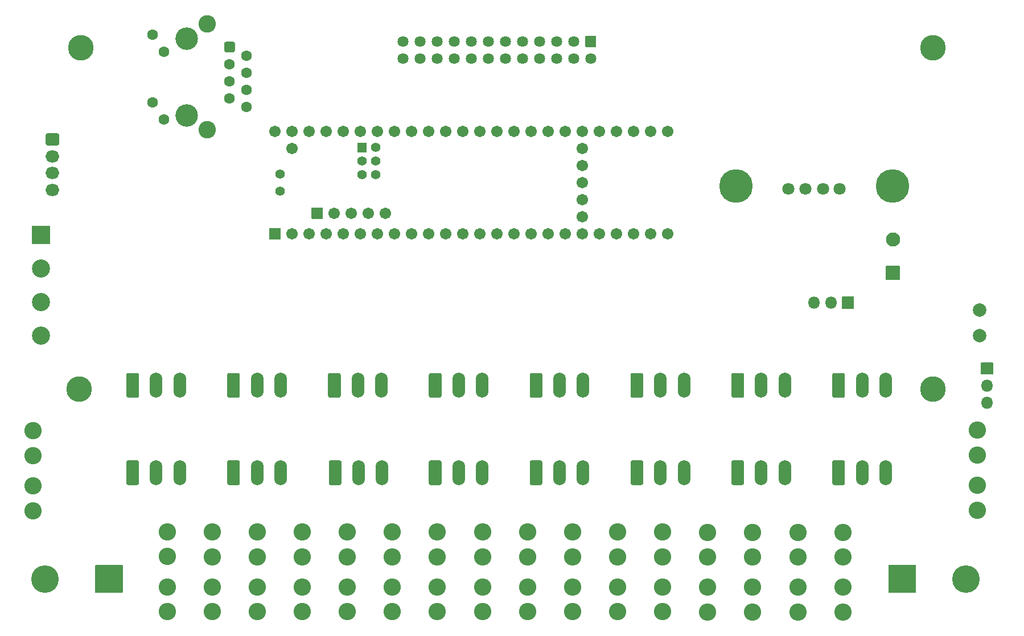
<source format=gbr>
G04 #@! TF.GenerationSoftware,KiCad,Pcbnew,(6.0.5)*
G04 #@! TF.CreationDate,2022-05-05T00:21:09-04:00*
G04 #@! TF.ProjectId,Teensy_16,5465656e-7379-45f3-9136-2e6b69636164,v1*
G04 #@! TF.SameCoordinates,Original*
G04 #@! TF.FileFunction,Soldermask,Bot*
G04 #@! TF.FilePolarity,Negative*
%FSLAX45Y45*%
G04 Gerber Fmt 4.5, Leading zero omitted, Abs format (unit mm)*
G04 Created by KiCad (PCBNEW (6.0.5)) date 2022-05-05 00:21:09*
%MOMM*%
%LPD*%
G01*
G04 APERTURE LIST*
%ADD10C,2.577000*%
%ADD11O,1.902000X3.702000*%
%ADD12C,3.802000*%
%ADD13C,5.000000*%
%ADD14C,1.802000*%
%ADD15C,3.352000*%
%ADD16C,1.602000*%
%ADD17C,2.602000*%
%ADD18C,4.102000*%
%ADD19C,1.632000*%
%ADD20C,1.702000*%
%ADD21C,1.402000*%
%ADD22O,1.802000X1.802000*%
%ADD23O,2.052000X1.802000*%
%ADD24C,2.006000*%
%ADD25C,2.702000*%
%ADD26C,2.102000*%
G04 APERTURE END LIST*
D10*
X7428260Y-13523860D03*
X7428260Y-13153860D03*
X7428260Y-12703860D03*
X7428260Y-12333860D03*
G36*
G01*
X8814900Y-13115000D02*
X8814900Y-12805000D01*
G75*
G02*
X8845000Y-12774900I30100J0D01*
G01*
X8975000Y-12774900D01*
G75*
G02*
X9005100Y-12805000I0J-30100D01*
G01*
X9005100Y-13115000D01*
G75*
G02*
X8975000Y-13145100I-30100J0D01*
G01*
X8845000Y-13145100D01*
G75*
G02*
X8814900Y-13115000I0J30100D01*
G01*
G37*
D11*
X9260000Y-12960000D03*
X9610000Y-12960000D03*
G36*
G01*
X11814900Y-11815000D02*
X11814900Y-11505000D01*
G75*
G02*
X11845000Y-11474900I30100J0D01*
G01*
X11975000Y-11474900D01*
G75*
G02*
X12005100Y-11505000I0J-30100D01*
G01*
X12005100Y-11815000D01*
G75*
G02*
X11975000Y-11845100I-30100J0D01*
G01*
X11845000Y-11845100D01*
G75*
G02*
X11814900Y-11815000I0J30100D01*
G01*
G37*
X12260000Y-11660000D03*
X12610000Y-11660000D03*
G36*
G01*
X11826334Y-13115000D02*
X11826334Y-12805000D01*
G75*
G02*
X11856434Y-12774900I30100J0D01*
G01*
X11986434Y-12774900D01*
G75*
G02*
X12016534Y-12805000I0J-30100D01*
G01*
X12016534Y-13115000D01*
G75*
G02*
X11986434Y-13145100I-30100J0D01*
G01*
X11856434Y-13145100D01*
G75*
G02*
X11826334Y-13115000I0J30100D01*
G01*
G37*
X12271434Y-12960000D03*
X12621434Y-12960000D03*
G36*
G01*
X13314900Y-11815000D02*
X13314900Y-11505000D01*
G75*
G02*
X13345000Y-11474900I30100J0D01*
G01*
X13475000Y-11474900D01*
G75*
G02*
X13505100Y-11505000I0J-30100D01*
G01*
X13505100Y-11815000D01*
G75*
G02*
X13475000Y-11845100I-30100J0D01*
G01*
X13345000Y-11845100D01*
G75*
G02*
X13314900Y-11815000I0J30100D01*
G01*
G37*
X13760000Y-11660000D03*
X14110000Y-11660000D03*
G36*
G01*
X13314900Y-13115000D02*
X13314900Y-12805000D01*
G75*
G02*
X13345000Y-12774900I30100J0D01*
G01*
X13475000Y-12774900D01*
G75*
G02*
X13505100Y-12805000I0J-30100D01*
G01*
X13505100Y-13115000D01*
G75*
G02*
X13475000Y-13145100I-30100J0D01*
G01*
X13345000Y-13145100D01*
G75*
G02*
X13314900Y-13115000I0J30100D01*
G01*
G37*
X13760000Y-12960000D03*
X14110000Y-12960000D03*
G36*
G01*
X14814900Y-11815000D02*
X14814900Y-11505000D01*
G75*
G02*
X14845000Y-11474900I30100J0D01*
G01*
X14975000Y-11474900D01*
G75*
G02*
X15005100Y-11505000I0J-30100D01*
G01*
X15005100Y-11815000D01*
G75*
G02*
X14975000Y-11845100I-30100J0D01*
G01*
X14845000Y-11845100D01*
G75*
G02*
X14814900Y-11815000I0J30100D01*
G01*
G37*
X15260000Y-11660000D03*
X15610000Y-11660000D03*
G36*
G01*
X14814900Y-13115000D02*
X14814900Y-12805000D01*
G75*
G02*
X14845000Y-12774900I30100J0D01*
G01*
X14975000Y-12774900D01*
G75*
G02*
X15005100Y-12805000I0J-30100D01*
G01*
X15005100Y-13115000D01*
G75*
G02*
X14975000Y-13145100I-30100J0D01*
G01*
X14845000Y-13145100D01*
G75*
G02*
X14814900Y-13115000I0J30100D01*
G01*
G37*
X15260000Y-12960000D03*
X15610000Y-12960000D03*
G36*
G01*
X16314900Y-11815000D02*
X16314900Y-11505000D01*
G75*
G02*
X16345000Y-11474900I30100J0D01*
G01*
X16475000Y-11474900D01*
G75*
G02*
X16505100Y-11505000I0J-30100D01*
G01*
X16505100Y-11815000D01*
G75*
G02*
X16475000Y-11845100I-30100J0D01*
G01*
X16345000Y-11845100D01*
G75*
G02*
X16314900Y-11815000I0J30100D01*
G01*
G37*
X16760000Y-11660000D03*
X17110000Y-11660000D03*
G36*
G01*
X16314900Y-13115000D02*
X16314900Y-12805000D01*
G75*
G02*
X16345000Y-12774900I30100J0D01*
G01*
X16475000Y-12774900D01*
G75*
G02*
X16505100Y-12805000I0J-30100D01*
G01*
X16505100Y-13115000D01*
G75*
G02*
X16475000Y-13145100I-30100J0D01*
G01*
X16345000Y-13145100D01*
G75*
G02*
X16314900Y-13115000I0J30100D01*
G01*
G37*
X16760000Y-12960000D03*
X17110000Y-12960000D03*
G36*
G01*
X17814900Y-11815000D02*
X17814900Y-11505000D01*
G75*
G02*
X17845000Y-11474900I30100J0D01*
G01*
X17975000Y-11474900D01*
G75*
G02*
X18005100Y-11505000I0J-30100D01*
G01*
X18005100Y-11815000D01*
G75*
G02*
X17975000Y-11845100I-30100J0D01*
G01*
X17845000Y-11845100D01*
G75*
G02*
X17814900Y-11815000I0J30100D01*
G01*
G37*
X18260000Y-11660000D03*
X18610000Y-11660000D03*
G36*
G01*
X17814900Y-13115000D02*
X17814900Y-12805000D01*
G75*
G02*
X17845000Y-12774900I30100J0D01*
G01*
X17975000Y-12774900D01*
G75*
G02*
X18005100Y-12805000I0J-30100D01*
G01*
X18005100Y-13115000D01*
G75*
G02*
X17975000Y-13145100I-30100J0D01*
G01*
X17845000Y-13145100D01*
G75*
G02*
X17814900Y-13115000I0J30100D01*
G01*
G37*
X18260000Y-12960000D03*
X18610000Y-12960000D03*
G36*
G01*
X19314900Y-11815000D02*
X19314900Y-11505000D01*
G75*
G02*
X19345000Y-11474900I30100J0D01*
G01*
X19475000Y-11474900D01*
G75*
G02*
X19505100Y-11505000I0J-30100D01*
G01*
X19505100Y-11815000D01*
G75*
G02*
X19475000Y-11845100I-30100J0D01*
G01*
X19345000Y-11845100D01*
G75*
G02*
X19314900Y-11815000I0J30100D01*
G01*
G37*
X19760000Y-11660000D03*
X20110000Y-11660000D03*
G36*
G01*
X19314900Y-13115000D02*
X19314900Y-12805000D01*
G75*
G02*
X19345000Y-12774900I30100J0D01*
G01*
X19475000Y-12774900D01*
G75*
G02*
X19505100Y-12805000I0J-30100D01*
G01*
X19505100Y-13115000D01*
G75*
G02*
X19475000Y-13145100I-30100J0D01*
G01*
X19345000Y-13145100D01*
G75*
G02*
X19314900Y-13115000I0J30100D01*
G01*
G37*
X19760000Y-12960000D03*
X20110000Y-12960000D03*
D10*
X9422260Y-15028860D03*
X9422260Y-14658860D03*
X9422260Y-14208860D03*
X9422260Y-13838860D03*
X13442520Y-15029860D03*
X13442520Y-14659860D03*
X13442520Y-14209860D03*
X13442520Y-13839860D03*
X18132823Y-15036360D03*
X18132823Y-14666360D03*
X18132823Y-14216360D03*
X18132823Y-13846360D03*
X10092303Y-15030360D03*
X10092303Y-14660360D03*
X10092303Y-14210360D03*
X10092303Y-13840360D03*
X12772476Y-15029860D03*
X12772476Y-14659860D03*
X12772476Y-14209860D03*
X12772476Y-13839860D03*
X14112563Y-15029860D03*
X14112563Y-14659860D03*
X14112563Y-14209860D03*
X14112563Y-13839860D03*
X14782606Y-15029860D03*
X14782606Y-14659860D03*
X14782606Y-14209860D03*
X14782606Y-13839860D03*
X15452650Y-15029860D03*
X15452650Y-14659860D03*
X15452650Y-14209860D03*
X15452650Y-13839860D03*
X19472910Y-15036360D03*
X19472910Y-14666360D03*
X19472910Y-14216360D03*
X19472910Y-13846360D03*
X12102433Y-15029860D03*
X12102433Y-14659860D03*
X12102433Y-14209860D03*
X12102433Y-13839860D03*
X10762347Y-15030360D03*
X10762347Y-14660360D03*
X10762347Y-14210360D03*
X10762347Y-13840360D03*
X17462780Y-15036360D03*
X17462780Y-14666360D03*
X17462780Y-14216360D03*
X17462780Y-13846360D03*
X16122693Y-15029860D03*
X16122693Y-14659860D03*
X16122693Y-14209860D03*
X16122693Y-13839860D03*
X11432390Y-15030360D03*
X11432390Y-14660360D03*
X11432390Y-14210360D03*
X11432390Y-13840360D03*
G36*
G01*
X8814900Y-11815000D02*
X8814900Y-11505000D01*
G75*
G02*
X8845000Y-11474900I30100J0D01*
G01*
X8975000Y-11474900D01*
G75*
G02*
X9005100Y-11505000I0J-30100D01*
G01*
X9005100Y-11815000D01*
G75*
G02*
X8975000Y-11845100I-30100J0D01*
G01*
X8845000Y-11845100D01*
G75*
G02*
X8814900Y-11815000I0J30100D01*
G01*
G37*
D11*
X9260000Y-11660000D03*
X9610000Y-11660000D03*
G36*
G01*
X10314900Y-11815000D02*
X10314900Y-11505000D01*
G75*
G02*
X10345000Y-11474900I30100J0D01*
G01*
X10475000Y-11474900D01*
G75*
G02*
X10505100Y-11505000I0J-30100D01*
G01*
X10505100Y-11815000D01*
G75*
G02*
X10475000Y-11845100I-30100J0D01*
G01*
X10345000Y-11845100D01*
G75*
G02*
X10314900Y-11815000I0J30100D01*
G01*
G37*
X10760000Y-11660000D03*
X11110000Y-11660000D03*
G36*
G01*
X10314900Y-13115000D02*
X10314900Y-12805000D01*
G75*
G02*
X10345000Y-12774900I30100J0D01*
G01*
X10475000Y-12774900D01*
G75*
G02*
X10505100Y-12805000I0J-30100D01*
G01*
X10505100Y-13115000D01*
G75*
G02*
X10475000Y-13145100I-30100J0D01*
G01*
X10345000Y-13145100D01*
G75*
G02*
X10314900Y-13115000I0J30100D01*
G01*
G37*
X10760000Y-12960000D03*
X11110000Y-12960000D03*
D10*
X18802866Y-15036360D03*
X18802866Y-14666360D03*
X18802866Y-14216360D03*
X18802866Y-13846360D03*
X16792736Y-15029860D03*
X16792736Y-14659860D03*
X16792736Y-14209860D03*
X16792736Y-13839860D03*
D12*
X8142760Y-6631860D03*
D13*
X17881700Y-8689980D03*
X20211700Y-8689980D03*
D14*
X18666700Y-8739980D03*
X18916700Y-8739980D03*
X19176700Y-8739980D03*
X19426700Y-8739980D03*
D12*
X8112760Y-11711860D03*
D10*
X21472600Y-13518180D03*
X21472600Y-13148180D03*
X21472600Y-12698180D03*
X21472600Y-12328180D03*
D15*
X9716700Y-6498480D03*
X9716700Y-7641480D03*
G36*
G01*
X10301750Y-6545380D02*
X10401650Y-6545380D01*
G75*
G02*
X10431800Y-6575530I0J-30150D01*
G01*
X10431800Y-6675430D01*
G75*
G02*
X10401650Y-6705580I-30150J0D01*
G01*
X10301750Y-6705580D01*
G75*
G02*
X10271600Y-6675430I0J30150D01*
G01*
X10271600Y-6575530D01*
G75*
G02*
X10301750Y-6545380I30150J0D01*
G01*
G37*
D16*
X10605700Y-6752480D03*
X10351700Y-6879480D03*
X10605700Y-7006480D03*
X10351700Y-7133480D03*
X10605700Y-7260480D03*
X10351700Y-7387480D03*
X10605700Y-7514480D03*
X9208700Y-6437480D03*
X9378700Y-6691480D03*
X9208700Y-7448480D03*
X9378700Y-7702480D03*
D17*
X10021700Y-7857480D03*
X10021700Y-6282480D03*
G36*
G01*
X8761800Y-14339980D02*
X8761800Y-14739980D01*
G75*
G02*
X8756700Y-14745080I-5100J0D01*
G01*
X8356700Y-14745080D01*
G75*
G02*
X8351600Y-14739980I0J5100D01*
G01*
X8351600Y-14339980D01*
G75*
G02*
X8356700Y-14334880I5100J0D01*
G01*
X8756700Y-14334880D01*
G75*
G02*
X8761800Y-14339980I0J-5100D01*
G01*
G37*
D18*
X7606700Y-14539980D03*
G36*
G01*
X20151600Y-14739980D02*
X20151600Y-14339980D01*
G75*
G02*
X20156700Y-14334880I5100J0D01*
G01*
X20556700Y-14334880D01*
G75*
G02*
X20561800Y-14339980I0J-5100D01*
G01*
X20561800Y-14739980D01*
G75*
G02*
X20556700Y-14745080I-5100J0D01*
G01*
X20156700Y-14745080D01*
G75*
G02*
X20151600Y-14739980I0J5100D01*
G01*
G37*
X21306700Y-14539980D03*
G36*
G01*
X15805300Y-6466480D02*
X15805300Y-6619480D01*
G75*
G02*
X15800200Y-6624580I-5100J0D01*
G01*
X15647200Y-6624580D01*
G75*
G02*
X15642100Y-6619480I0J5100D01*
G01*
X15642100Y-6466480D01*
G75*
G02*
X15647200Y-6461380I5100J0D01*
G01*
X15800200Y-6461380D01*
G75*
G02*
X15805300Y-6466480I0J-5100D01*
G01*
G37*
D19*
X15723700Y-6796980D03*
X15469700Y-6542980D03*
X15469700Y-6796980D03*
X15215700Y-6542980D03*
X15215700Y-6796980D03*
X14961700Y-6542980D03*
X14961700Y-6796980D03*
X14707700Y-6542980D03*
X14707700Y-6796980D03*
X14453700Y-6542980D03*
X14453700Y-6796980D03*
X14199700Y-6542980D03*
X14199700Y-6796980D03*
X13945700Y-6542980D03*
X13945700Y-6796980D03*
X13691700Y-6542980D03*
X13691700Y-6796980D03*
X13437700Y-6542980D03*
X13437700Y-6796980D03*
X13183700Y-6542980D03*
X13183700Y-6796980D03*
X12929700Y-6542980D03*
X12929700Y-6796980D03*
G36*
G01*
X10940600Y-9481980D02*
X10940600Y-9321980D01*
G75*
G02*
X10945700Y-9316880I5100J0D01*
G01*
X11105700Y-9316880D01*
G75*
G02*
X11110800Y-9321980I0J-5100D01*
G01*
X11110800Y-9481980D01*
G75*
G02*
X11105700Y-9487080I-5100J0D01*
G01*
X10945700Y-9487080D01*
G75*
G02*
X10940600Y-9481980I0J5100D01*
G01*
G37*
D20*
X11279700Y-9401980D03*
X11533700Y-9401980D03*
X11787700Y-9401980D03*
X12041700Y-9401980D03*
X12295700Y-9401980D03*
X12549700Y-9401980D03*
X12803700Y-9401980D03*
X13057700Y-9401980D03*
X13311700Y-9401980D03*
X13565700Y-9401980D03*
X13819700Y-9401980D03*
X14073700Y-9401980D03*
X14327700Y-9401980D03*
X14581700Y-9401980D03*
X14835700Y-9401980D03*
X15089700Y-9401980D03*
X15343700Y-9401980D03*
X15597700Y-9401980D03*
X15851700Y-9401980D03*
X16105700Y-9401980D03*
X16359700Y-9401980D03*
X16613700Y-9401980D03*
X16867700Y-9401980D03*
X16867700Y-7877980D03*
X16613700Y-7877980D03*
X16359700Y-7877980D03*
X16105700Y-7877980D03*
X15851700Y-7877980D03*
X15597700Y-7877980D03*
X15343700Y-7877980D03*
X15089700Y-7877980D03*
X14835700Y-7877980D03*
X14581700Y-7877980D03*
X14327700Y-7877980D03*
X14073700Y-7877980D03*
X13819700Y-7877980D03*
X13565700Y-7877980D03*
X13311700Y-7877980D03*
X13057700Y-7877980D03*
X12803700Y-7877980D03*
X12549700Y-7877980D03*
X12295700Y-7877980D03*
X12041700Y-7877980D03*
X11787700Y-7877980D03*
X11533700Y-7877980D03*
X11279700Y-7877980D03*
X11025700Y-7877980D03*
X11279700Y-8131980D03*
X15597700Y-9147980D03*
X15597700Y-8893980D03*
X15597700Y-8639980D03*
X15597700Y-8385980D03*
X15597700Y-8131980D03*
G36*
G01*
X11570520Y-9176900D02*
X11570520Y-9016900D01*
G75*
G02*
X11575620Y-9011800I5100J0D01*
G01*
X11735620Y-9011800D01*
G75*
G02*
X11740720Y-9016900I0J-5100D01*
G01*
X11740720Y-9176900D01*
G75*
G02*
X11735620Y-9182000I-5100J0D01*
G01*
X11575620Y-9182000D01*
G75*
G02*
X11570520Y-9176900I0J5100D01*
G01*
G37*
X11909620Y-9096900D03*
X12163620Y-9096900D03*
X12417620Y-9096900D03*
X12671620Y-9096900D03*
G36*
G01*
X12252600Y-8186820D02*
X12252600Y-8056820D01*
G75*
G02*
X12257700Y-8051720I5100J0D01*
G01*
X12387700Y-8051720D01*
G75*
G02*
X12392800Y-8056820I0J-5100D01*
G01*
X12392800Y-8186820D01*
G75*
G02*
X12387700Y-8191920I-5100J0D01*
G01*
X12257700Y-8191920D01*
G75*
G02*
X12252600Y-8186820I0J5100D01*
G01*
G37*
D21*
X12322700Y-8321820D03*
X12322700Y-8521820D03*
X12522700Y-8521820D03*
X12522700Y-8321820D03*
X12522700Y-8121820D03*
X11098700Y-8512980D03*
X11098700Y-8766980D03*
D12*
X20812760Y-11711860D03*
G36*
G01*
X19464200Y-10339880D02*
X19634200Y-10339880D01*
G75*
G02*
X19639300Y-10344980I0J-5100D01*
G01*
X19639300Y-10514980D01*
G75*
G02*
X19634200Y-10520080I-5100J0D01*
G01*
X19464200Y-10520080D01*
G75*
G02*
X19459100Y-10514980I0J5100D01*
G01*
X19459100Y-10344980D01*
G75*
G02*
X19464200Y-10339880I5100J0D01*
G01*
G37*
D22*
X19295200Y-10429980D03*
X19041200Y-10429980D03*
G36*
G01*
X7644200Y-7909880D02*
X7789200Y-7909880D01*
G75*
G02*
X7819300Y-7939980I0J-30100D01*
G01*
X7819300Y-8059980D01*
G75*
G02*
X7789200Y-8090080I-30100J0D01*
G01*
X7644200Y-8090080D01*
G75*
G02*
X7614100Y-8059980I0J30100D01*
G01*
X7614100Y-7939980D01*
G75*
G02*
X7644200Y-7909880I30100J0D01*
G01*
G37*
D23*
X7716700Y-8249980D03*
X7716700Y-8499980D03*
X7716700Y-8749980D03*
D24*
X21511746Y-10920536D03*
X21511746Y-10539536D03*
G36*
G01*
X21526600Y-11494980D02*
X21526600Y-11324980D01*
G75*
G02*
X21531700Y-11319880I5100J0D01*
G01*
X21701700Y-11319880D01*
G75*
G02*
X21706800Y-11324980I0J-5100D01*
G01*
X21706800Y-11494980D01*
G75*
G02*
X21701700Y-11500080I-5100J0D01*
G01*
X21531700Y-11500080D01*
G75*
G02*
X21526600Y-11494980I0J5100D01*
G01*
G37*
D22*
X21616700Y-11663980D03*
X21616700Y-11917980D03*
G36*
G01*
X7416700Y-9284880D02*
X7676700Y-9284880D01*
G75*
G02*
X7681800Y-9289980I0J-5100D01*
G01*
X7681800Y-9549980D01*
G75*
G02*
X7676700Y-9555080I-5100J0D01*
G01*
X7416700Y-9555080D01*
G75*
G02*
X7411600Y-9549980I0J5100D01*
G01*
X7411600Y-9289980D01*
G75*
G02*
X7416700Y-9284880I5100J0D01*
G01*
G37*
D25*
X7546700Y-9919980D03*
X7546700Y-10419980D03*
X7546700Y-10919980D03*
G36*
G01*
X20316700Y-10091848D02*
X20116700Y-10091848D01*
G75*
G02*
X20111600Y-10086748I0J5100D01*
G01*
X20111600Y-9886748D01*
G75*
G02*
X20116700Y-9881648I5100J0D01*
G01*
X20316700Y-9881648D01*
G75*
G02*
X20321800Y-9886748I0J-5100D01*
G01*
X20321800Y-10086748D01*
G75*
G02*
X20316700Y-10091848I-5100J0D01*
G01*
G37*
D26*
X20216700Y-9486748D03*
D12*
X20812760Y-6631861D03*
M02*

</source>
